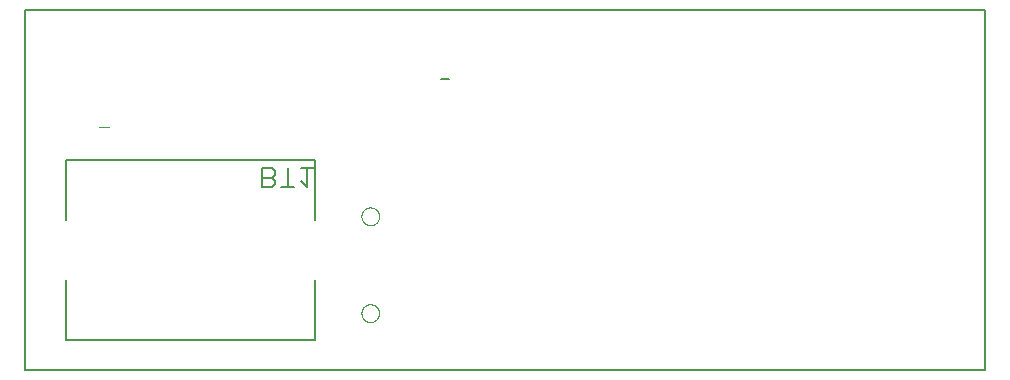
<source format=gbo>
G75*
%MOIN*%
%OFA0B0*%
%FSLAX25Y25*%
%IPPOS*%
%LPD*%
%AMOC8*
5,1,8,0,0,1.08239X$1,22.5*
%
%ADD10C,0.00800*%
%ADD11C,0.00500*%
%ADD12C,0.00600*%
%ADD13C,0.00400*%
%ADD14C,0.00000*%
D10*
X0001400Y0001400D02*
X0321400Y0001400D01*
X0321400Y0121400D01*
X0001400Y0121400D01*
X0001400Y0001400D01*
X0140100Y0098300D02*
X0142800Y0098300D01*
D11*
X0097896Y0071400D02*
X0097896Y0051400D01*
X0097896Y0031400D02*
X0097896Y0011400D01*
X0014904Y0011400D01*
X0014904Y0031400D01*
X0014904Y0051400D02*
X0014904Y0071400D01*
X0097896Y0071400D01*
D12*
X0097511Y0068603D02*
X0093238Y0068603D01*
X0095374Y0068603D02*
X0095374Y0062194D01*
X0093238Y0064331D01*
X0091062Y0062194D02*
X0086789Y0062194D01*
X0088926Y0062194D02*
X0088926Y0068603D01*
X0084613Y0067535D02*
X0083545Y0068603D01*
X0080341Y0068603D01*
X0080341Y0062194D01*
X0083545Y0062194D01*
X0084613Y0063262D01*
X0084613Y0064331D01*
X0083545Y0065399D01*
X0080341Y0065399D01*
X0083545Y0065399D02*
X0084613Y0066467D01*
X0084613Y0067535D01*
D13*
X0029176Y0082367D02*
X0026107Y0082367D01*
D14*
X0113447Y0052542D02*
X0113449Y0052650D01*
X0113455Y0052759D01*
X0113465Y0052867D01*
X0113479Y0052974D01*
X0113497Y0053081D01*
X0113518Y0053188D01*
X0113544Y0053293D01*
X0113574Y0053398D01*
X0113607Y0053501D01*
X0113644Y0053603D01*
X0113685Y0053703D01*
X0113729Y0053802D01*
X0113778Y0053900D01*
X0113829Y0053995D01*
X0113884Y0054088D01*
X0113943Y0054180D01*
X0114005Y0054269D01*
X0114070Y0054356D01*
X0114138Y0054440D01*
X0114209Y0054522D01*
X0114283Y0054601D01*
X0114360Y0054677D01*
X0114440Y0054751D01*
X0114523Y0054821D01*
X0114608Y0054889D01*
X0114695Y0054953D01*
X0114785Y0055014D01*
X0114877Y0055072D01*
X0114971Y0055126D01*
X0115067Y0055177D01*
X0115164Y0055224D01*
X0115264Y0055268D01*
X0115365Y0055308D01*
X0115467Y0055344D01*
X0115570Y0055376D01*
X0115675Y0055405D01*
X0115781Y0055429D01*
X0115887Y0055450D01*
X0115994Y0055467D01*
X0116102Y0055480D01*
X0116210Y0055489D01*
X0116319Y0055494D01*
X0116427Y0055495D01*
X0116536Y0055492D01*
X0116644Y0055485D01*
X0116752Y0055474D01*
X0116859Y0055459D01*
X0116966Y0055440D01*
X0117072Y0055417D01*
X0117177Y0055391D01*
X0117282Y0055360D01*
X0117384Y0055326D01*
X0117486Y0055288D01*
X0117586Y0055246D01*
X0117685Y0055201D01*
X0117782Y0055152D01*
X0117876Y0055099D01*
X0117969Y0055043D01*
X0118060Y0054984D01*
X0118149Y0054921D01*
X0118235Y0054856D01*
X0118319Y0054787D01*
X0118400Y0054715D01*
X0118478Y0054640D01*
X0118554Y0054562D01*
X0118627Y0054481D01*
X0118697Y0054398D01*
X0118763Y0054313D01*
X0118827Y0054225D01*
X0118887Y0054134D01*
X0118944Y0054042D01*
X0118997Y0053947D01*
X0119047Y0053851D01*
X0119093Y0053753D01*
X0119136Y0053653D01*
X0119175Y0053552D01*
X0119210Y0053449D01*
X0119242Y0053346D01*
X0119269Y0053241D01*
X0119293Y0053135D01*
X0119313Y0053028D01*
X0119329Y0052921D01*
X0119341Y0052813D01*
X0119349Y0052705D01*
X0119353Y0052596D01*
X0119353Y0052488D01*
X0119349Y0052379D01*
X0119341Y0052271D01*
X0119329Y0052163D01*
X0119313Y0052056D01*
X0119293Y0051949D01*
X0119269Y0051843D01*
X0119242Y0051738D01*
X0119210Y0051635D01*
X0119175Y0051532D01*
X0119136Y0051431D01*
X0119093Y0051331D01*
X0119047Y0051233D01*
X0118997Y0051137D01*
X0118944Y0051042D01*
X0118887Y0050950D01*
X0118827Y0050859D01*
X0118763Y0050771D01*
X0118697Y0050686D01*
X0118627Y0050603D01*
X0118554Y0050522D01*
X0118478Y0050444D01*
X0118400Y0050369D01*
X0118319Y0050297D01*
X0118235Y0050228D01*
X0118149Y0050163D01*
X0118060Y0050100D01*
X0117969Y0050041D01*
X0117877Y0049985D01*
X0117782Y0049932D01*
X0117685Y0049883D01*
X0117586Y0049838D01*
X0117486Y0049796D01*
X0117384Y0049758D01*
X0117282Y0049724D01*
X0117177Y0049693D01*
X0117072Y0049667D01*
X0116966Y0049644D01*
X0116859Y0049625D01*
X0116752Y0049610D01*
X0116644Y0049599D01*
X0116536Y0049592D01*
X0116427Y0049589D01*
X0116319Y0049590D01*
X0116210Y0049595D01*
X0116102Y0049604D01*
X0115994Y0049617D01*
X0115887Y0049634D01*
X0115781Y0049655D01*
X0115675Y0049679D01*
X0115570Y0049708D01*
X0115467Y0049740D01*
X0115365Y0049776D01*
X0115264Y0049816D01*
X0115164Y0049860D01*
X0115067Y0049907D01*
X0114971Y0049958D01*
X0114877Y0050012D01*
X0114785Y0050070D01*
X0114695Y0050131D01*
X0114608Y0050195D01*
X0114523Y0050263D01*
X0114440Y0050333D01*
X0114360Y0050407D01*
X0114283Y0050483D01*
X0114209Y0050562D01*
X0114138Y0050644D01*
X0114070Y0050728D01*
X0114005Y0050815D01*
X0113943Y0050904D01*
X0113884Y0050996D01*
X0113829Y0051089D01*
X0113778Y0051184D01*
X0113729Y0051282D01*
X0113685Y0051381D01*
X0113644Y0051481D01*
X0113607Y0051583D01*
X0113574Y0051686D01*
X0113544Y0051791D01*
X0113518Y0051896D01*
X0113497Y0052003D01*
X0113479Y0052110D01*
X0113465Y0052217D01*
X0113455Y0052325D01*
X0113449Y0052434D01*
X0113447Y0052542D01*
X0113447Y0020258D02*
X0113449Y0020366D01*
X0113455Y0020475D01*
X0113465Y0020583D01*
X0113479Y0020690D01*
X0113497Y0020797D01*
X0113518Y0020904D01*
X0113544Y0021009D01*
X0113574Y0021114D01*
X0113607Y0021217D01*
X0113644Y0021319D01*
X0113685Y0021419D01*
X0113729Y0021518D01*
X0113778Y0021616D01*
X0113829Y0021711D01*
X0113884Y0021804D01*
X0113943Y0021896D01*
X0114005Y0021985D01*
X0114070Y0022072D01*
X0114138Y0022156D01*
X0114209Y0022238D01*
X0114283Y0022317D01*
X0114360Y0022393D01*
X0114440Y0022467D01*
X0114523Y0022537D01*
X0114608Y0022605D01*
X0114695Y0022669D01*
X0114785Y0022730D01*
X0114877Y0022788D01*
X0114971Y0022842D01*
X0115067Y0022893D01*
X0115164Y0022940D01*
X0115264Y0022984D01*
X0115365Y0023024D01*
X0115467Y0023060D01*
X0115570Y0023092D01*
X0115675Y0023121D01*
X0115781Y0023145D01*
X0115887Y0023166D01*
X0115994Y0023183D01*
X0116102Y0023196D01*
X0116210Y0023205D01*
X0116319Y0023210D01*
X0116427Y0023211D01*
X0116536Y0023208D01*
X0116644Y0023201D01*
X0116752Y0023190D01*
X0116859Y0023175D01*
X0116966Y0023156D01*
X0117072Y0023133D01*
X0117177Y0023107D01*
X0117282Y0023076D01*
X0117384Y0023042D01*
X0117486Y0023004D01*
X0117586Y0022962D01*
X0117685Y0022917D01*
X0117782Y0022868D01*
X0117876Y0022815D01*
X0117969Y0022759D01*
X0118060Y0022700D01*
X0118149Y0022637D01*
X0118235Y0022572D01*
X0118319Y0022503D01*
X0118400Y0022431D01*
X0118478Y0022356D01*
X0118554Y0022278D01*
X0118627Y0022197D01*
X0118697Y0022114D01*
X0118763Y0022029D01*
X0118827Y0021941D01*
X0118887Y0021850D01*
X0118944Y0021758D01*
X0118997Y0021663D01*
X0119047Y0021567D01*
X0119093Y0021469D01*
X0119136Y0021369D01*
X0119175Y0021268D01*
X0119210Y0021165D01*
X0119242Y0021062D01*
X0119269Y0020957D01*
X0119293Y0020851D01*
X0119313Y0020744D01*
X0119329Y0020637D01*
X0119341Y0020529D01*
X0119349Y0020421D01*
X0119353Y0020312D01*
X0119353Y0020204D01*
X0119349Y0020095D01*
X0119341Y0019987D01*
X0119329Y0019879D01*
X0119313Y0019772D01*
X0119293Y0019665D01*
X0119269Y0019559D01*
X0119242Y0019454D01*
X0119210Y0019351D01*
X0119175Y0019248D01*
X0119136Y0019147D01*
X0119093Y0019047D01*
X0119047Y0018949D01*
X0118997Y0018853D01*
X0118944Y0018758D01*
X0118887Y0018666D01*
X0118827Y0018575D01*
X0118763Y0018487D01*
X0118697Y0018402D01*
X0118627Y0018319D01*
X0118554Y0018238D01*
X0118478Y0018160D01*
X0118400Y0018085D01*
X0118319Y0018013D01*
X0118235Y0017944D01*
X0118149Y0017879D01*
X0118060Y0017816D01*
X0117969Y0017757D01*
X0117877Y0017701D01*
X0117782Y0017648D01*
X0117685Y0017599D01*
X0117586Y0017554D01*
X0117486Y0017512D01*
X0117384Y0017474D01*
X0117282Y0017440D01*
X0117177Y0017409D01*
X0117072Y0017383D01*
X0116966Y0017360D01*
X0116859Y0017341D01*
X0116752Y0017326D01*
X0116644Y0017315D01*
X0116536Y0017308D01*
X0116427Y0017305D01*
X0116319Y0017306D01*
X0116210Y0017311D01*
X0116102Y0017320D01*
X0115994Y0017333D01*
X0115887Y0017350D01*
X0115781Y0017371D01*
X0115675Y0017395D01*
X0115570Y0017424D01*
X0115467Y0017456D01*
X0115365Y0017492D01*
X0115264Y0017532D01*
X0115164Y0017576D01*
X0115067Y0017623D01*
X0114971Y0017674D01*
X0114877Y0017728D01*
X0114785Y0017786D01*
X0114695Y0017847D01*
X0114608Y0017911D01*
X0114523Y0017979D01*
X0114440Y0018049D01*
X0114360Y0018123D01*
X0114283Y0018199D01*
X0114209Y0018278D01*
X0114138Y0018360D01*
X0114070Y0018444D01*
X0114005Y0018531D01*
X0113943Y0018620D01*
X0113884Y0018712D01*
X0113829Y0018805D01*
X0113778Y0018900D01*
X0113729Y0018998D01*
X0113685Y0019097D01*
X0113644Y0019197D01*
X0113607Y0019299D01*
X0113574Y0019402D01*
X0113544Y0019507D01*
X0113518Y0019612D01*
X0113497Y0019719D01*
X0113479Y0019826D01*
X0113465Y0019933D01*
X0113455Y0020041D01*
X0113449Y0020150D01*
X0113447Y0020258D01*
M02*

</source>
